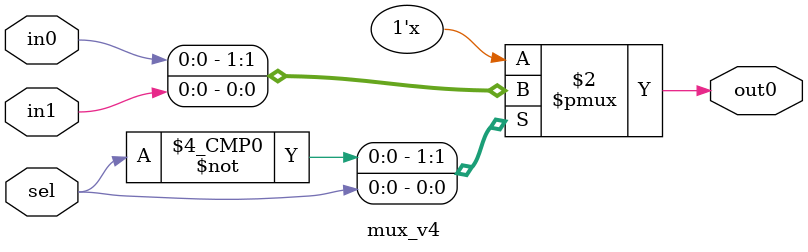
<source format=v>
module mux_v4(input wire in0,
				  input wire in1,
				  input wire sel,
				  output reg out0
				  );
always@( * )
case(sel)
0: out0=in0;
1: out0=in1;
default: out0 = 0;
endcase
endmodule // mux_v4
</source>
